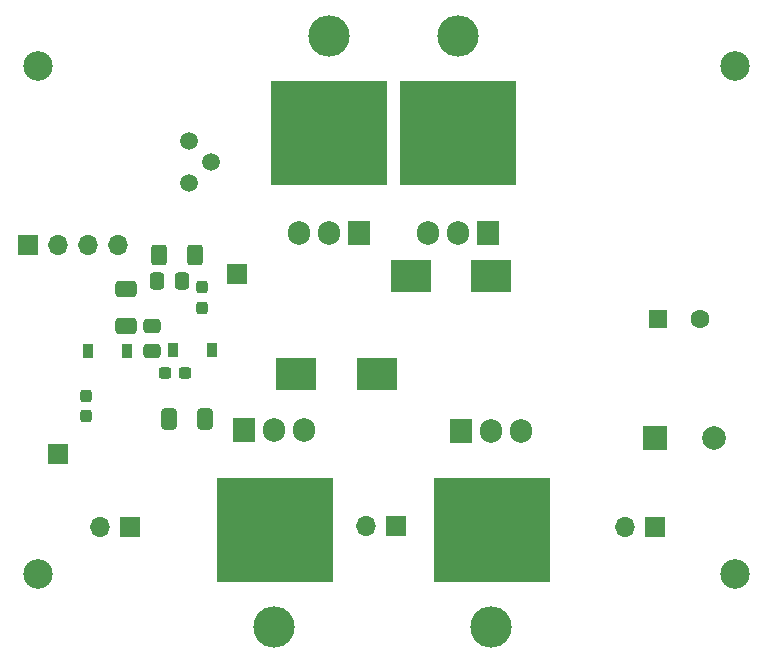
<source format=gbs>
G04 #@! TF.GenerationSoftware,KiCad,Pcbnew,(6.0.1)*
G04 #@! TF.CreationDate,2022-06-09T14:03:21-07:00*
G04 #@! TF.ProjectId,StereoPSRev1_2,53746572-656f-4505-9352-6576315f322e,rev?*
G04 #@! TF.SameCoordinates,Original*
G04 #@! TF.FileFunction,Soldermask,Bot*
G04 #@! TF.FilePolarity,Negative*
%FSLAX46Y46*%
G04 Gerber Fmt 4.6, Leading zero omitted, Abs format (unit mm)*
G04 Created by KiCad (PCBNEW (6.0.1)) date 2022-06-09 14:03:21*
%MOMM*%
%LPD*%
G01*
G04 APERTURE LIST*
G04 Aperture macros list*
%AMRoundRect*
0 Rectangle with rounded corners*
0 $1 Rounding radius*
0 $2 $3 $4 $5 $6 $7 $8 $9 X,Y pos of 4 corners*
0 Add a 4 corners polygon primitive as box body*
4,1,4,$2,$3,$4,$5,$6,$7,$8,$9,$2,$3,0*
0 Add four circle primitives for the rounded corners*
1,1,$1+$1,$2,$3*
1,1,$1+$1,$4,$5*
1,1,$1+$1,$6,$7*
1,1,$1+$1,$8,$9*
0 Add four rect primitives between the rounded corners*
20,1,$1+$1,$2,$3,$4,$5,0*
20,1,$1+$1,$4,$5,$6,$7,0*
20,1,$1+$1,$6,$7,$8,$9,0*
20,1,$1+$1,$8,$9,$2,$3,0*%
G04 Aperture macros list end*
%ADD10R,1.700000X1.700000*%
%ADD11O,1.700000X1.700000*%
%ADD12C,2.500000*%
%ADD13C,1.498600*%
%ADD14RoundRect,0.250000X0.650000X-0.412500X0.650000X0.412500X-0.650000X0.412500X-0.650000X-0.412500X0*%
%ADD15R,0.900000X1.200000*%
%ADD16R,1.600000X1.600000*%
%ADD17C,1.600000*%
%ADD18R,3.500000X2.700000*%
%ADD19O,3.500000X3.500000*%
%ADD20R,1.905000X2.000000*%
%ADD21O,1.905000X2.000000*%
%ADD22C,1.524000*%
%ADD23R,9.881000X8.881000*%
%ADD24RoundRect,0.250000X-0.400000X-0.625000X0.400000X-0.625000X0.400000X0.625000X-0.400000X0.625000X0*%
%ADD25RoundRect,0.237500X-0.300000X-0.237500X0.300000X-0.237500X0.300000X0.237500X-0.300000X0.237500X0*%
%ADD26R,2.000000X2.000000*%
%ADD27C,2.000000*%
%ADD28RoundRect,0.250000X-0.337500X-0.475000X0.337500X-0.475000X0.337500X0.475000X-0.337500X0.475000X0*%
%ADD29RoundRect,0.250000X-0.412500X-0.650000X0.412500X-0.650000X0.412500X0.650000X-0.412500X0.650000X0*%
%ADD30RoundRect,0.250000X0.475000X-0.337500X0.475000X0.337500X-0.475000X0.337500X-0.475000X-0.337500X0*%
%ADD31RoundRect,0.237500X0.237500X-0.300000X0.237500X0.300000X-0.237500X0.300000X-0.237500X-0.300000X0*%
%ADD32RoundRect,0.237500X-0.237500X0.300000X-0.237500X-0.300000X0.237500X-0.300000X0.237500X0.300000X0*%
G04 APERTURE END LIST*
D10*
X115000000Y-113500000D03*
D11*
X112460000Y-113500000D03*
D10*
X159470000Y-113500000D03*
D11*
X156930000Y-113500000D03*
D12*
X166200000Y-74500000D03*
D10*
X106400000Y-89675000D03*
D11*
X108940000Y-89675000D03*
X111480000Y-89675000D03*
X114020000Y-89675000D03*
D12*
X107200000Y-117500000D03*
D13*
X120000000Y-84400000D03*
X121900000Y-82600000D03*
X120000000Y-80800000D03*
D12*
X166200000Y-117500000D03*
D10*
X108900000Y-107300000D03*
X137495000Y-113475000D03*
D11*
X134955000Y-113475000D03*
D10*
X124100000Y-92100000D03*
D12*
X107200000Y-74500000D03*
D14*
X114688340Y-96507550D03*
X114688340Y-93382550D03*
D15*
X121938340Y-98545050D03*
X118638340Y-98545050D03*
D16*
X159747349Y-95900000D03*
D17*
X163247349Y-95900000D03*
D18*
X135900000Y-100600000D03*
X129100000Y-100600000D03*
D19*
X142760000Y-71940000D03*
D20*
X145300000Y-88600000D03*
D21*
X142760000Y-88600000D03*
X140220000Y-88600000D03*
D22*
X145800000Y-83100000D03*
X139800000Y-83100000D03*
D23*
X142740500Y-80159500D03*
D22*
X145800000Y-80100000D03*
X139815284Y-80088651D03*
X142800000Y-83100000D03*
X145800000Y-77100000D03*
X142800000Y-80100000D03*
X139800000Y-77100000D03*
X142800000Y-77100000D03*
D24*
X117450000Y-90500000D03*
X120550000Y-90500000D03*
D25*
X117937500Y-100500000D03*
X119662500Y-100500000D03*
D26*
X159432323Y-106000000D03*
D27*
X164432323Y-106000000D03*
D28*
X117308840Y-92670550D03*
X119383840Y-92670550D03*
D19*
X145600000Y-122030000D03*
D20*
X143060000Y-105370000D03*
D21*
X145600000Y-105370000D03*
X148140000Y-105370000D03*
D22*
X148560000Y-116870000D03*
X145560000Y-116870000D03*
X142560000Y-113870000D03*
X142560000Y-110870000D03*
X145560000Y-110870000D03*
D23*
X145619500Y-113810500D03*
D22*
X148544716Y-113881349D03*
X148560000Y-110870000D03*
X145560000Y-113870000D03*
X142560000Y-116870000D03*
D18*
X145600000Y-92300000D03*
X138800000Y-92300000D03*
D29*
X118275000Y-104400000D03*
X121400000Y-104400000D03*
D19*
X131860000Y-71940000D03*
D20*
X134400000Y-88600000D03*
D21*
X131860000Y-88600000D03*
X129320000Y-88600000D03*
D22*
X134900000Y-80100000D03*
X128900000Y-77100000D03*
X128900000Y-83100000D03*
X128915284Y-80088651D03*
X134900000Y-77100000D03*
D23*
X131840500Y-80159500D03*
D22*
X131900000Y-80100000D03*
X131900000Y-83100000D03*
X131900000Y-77100000D03*
X134900000Y-83100000D03*
D30*
X116888340Y-98582550D03*
X116888340Y-96507550D03*
D31*
X111300000Y-104125000D03*
X111300000Y-102400000D03*
D32*
X121101920Y-93237500D03*
X121101920Y-94962500D03*
D19*
X127240000Y-121960000D03*
D20*
X124700000Y-105300000D03*
D21*
X127240000Y-105300000D03*
X129780000Y-105300000D03*
D22*
X130200000Y-110800000D03*
D23*
X127259500Y-113740500D03*
D22*
X127200000Y-116800000D03*
X130200000Y-116800000D03*
X124200000Y-113800000D03*
X124200000Y-116800000D03*
X127200000Y-110800000D03*
X124200000Y-110800000D03*
X130184716Y-113811349D03*
X127200000Y-113800000D03*
D15*
X111458340Y-98645050D03*
X114758340Y-98645050D03*
M02*

</source>
